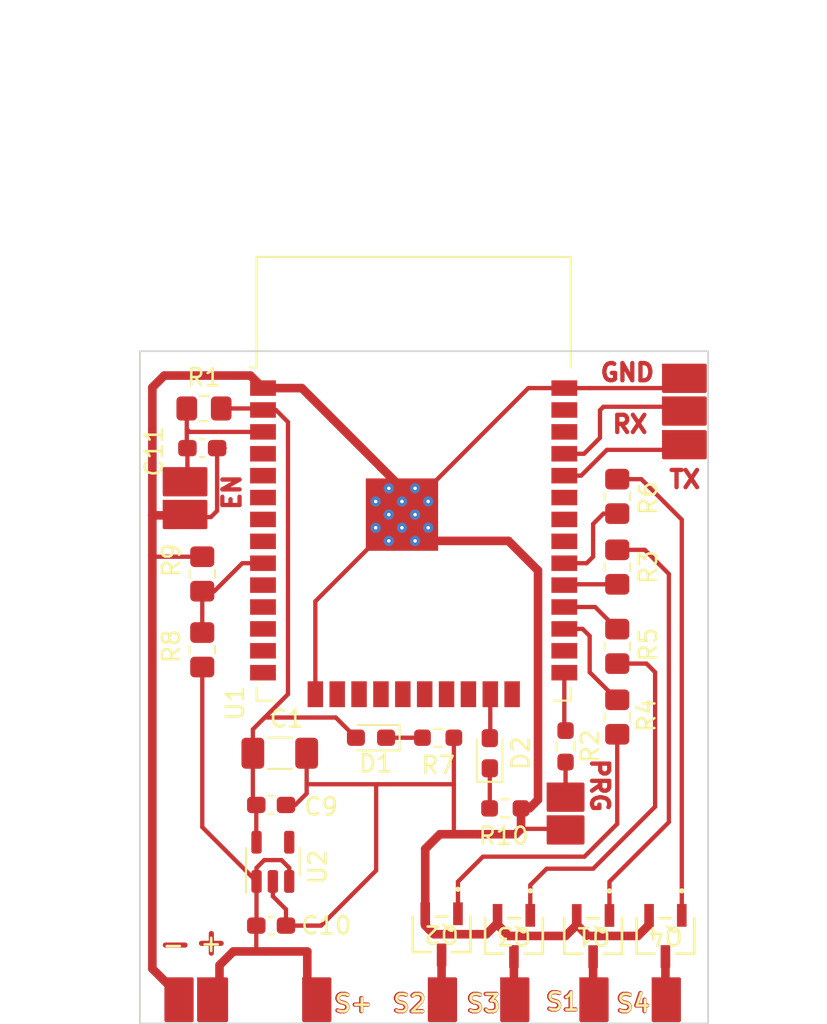
<source format=kicad_pcb>
(kicad_pcb (version 20221018) (generator pcbnew)
  (layers (0 "F.Cu" signal) (31 "B.Cu" signal) (34 "B.Paste" user) (35 "F.Paste" user) (36 "B.SilkS" user "B.Silkscreen") (37 "F.SilkS" user "F.Silkscreen") (38 "B.Mask" user) (39 "F.Mask" user) (44 "Edge.Cuts" user))
  (net 0 "")
  (net 1 "Battery - (3.7 V)")
  (net 2 "Battery + (3.7 V)")
  (net 3 "ESP 32 Vdd")
  (net 4 "Net-(D1-K)")
  (net 5 "Net-(Q1-G)")
  (net 6 "SMA 1")
  (net 7 "Net-(Q2-G)")
  (net 8 "SMA 2")
  (net 9 "Net-(Q3-G)")
  (net 10 "SMA 3")
  (net 11 "Net-(Q4-G)")
  (net 12 "SMA 4")
  (net 13 "IO5")
  (net 14 "IO16")
  (net 15 "IO17")
  (net 16 "IO18")
  (net 21 "Net-(D2-K)")
  (net 22 "IO33")
  (net 38 "TX")
  (net 39 "RX")
  (net 43 "Net-(U1-IO0)")
  (net 46 "IO15")
  (footprint "Resistor_SMD:R_0805_2012Metric_Pad1.20x1.40mm_HandSolder" (layer "F.Cu") (at 140.4 101.6 -90)
    (fp_text reference "R9" (at -0.8 1.8 90) (layer "F.SilkS"))
    (fp_text value "10 kOhm")
    (fp_line (start -0.227064 -0.735) (end 0.227064 -0.735) (stroke (width 0.12)) (layer "F.SilkS"))
    (fp_line (start -0.227064 0.735) (end 0.227064 0.735) (stroke (width 0.12)) (layer "F.SilkS"))
    (pad "1" smd roundrect (at -1 0 270) (size 1.2 1.4) (layers "F.Cu" "F.Paste" "F.Mask") (roundrect_rratio 0.2083333333) (net 1 "Battery - (3.7 V)"))
    (pad "2" smd roundrect (at 1 0 270) (size 1.2 1.4) (layers "F.Cu" "F.Paste" "F.Mask") (roundrect_rratio 0.2083333333) (net 22 "IO33"))
  )
  (footprint "Capacitor_SMD:C_0603_1608Metric_Pad1.08x0.95mm_HandSolder" (layer "F.Cu") (at 144.4 115)
    (fp_text reference "C9" (at 2.9 0.1) (layer "F.SilkS"))
    (fp_text value "1 uF")
    (fp_line (start -0.146267 -0.51) (end 0.146267 -0.51) (stroke (width 0.12)) (layer "F.SilkS"))
    (fp_line (start -0.146267 0.51) (end 0.146267 0.51) (stroke (width 0.12)) (layer "F.SilkS"))
    (pad "1" smd roundrect (at -0.8625 0) (size 1.075 0.95) (layers "F.Cu" "F.Paste" "F.Mask") (net 3 "ESP 32 Vdd"))
    (pad "2" smd roundrect (at 0.8625 0) (size 1.075 0.95) (layers "F.Cu" "F.Paste" "F.Mask") (net 1 "Battery - (3.7 V)"))
  )
  (footprint "LED_SMD:LED_0603_1608Metric_Pad1.05x0.95mm_HandSolder" (layer "F.Cu") (at 157.1 112 90)
    (fp_text reference "D2" (at 0 1.8 90) (layer "F.SilkS"))
    (fp_text value "LED_Small")
    (fp_line (start -1.66 -0.735) (end -1.66 0.735) (stroke (width 0.12)) (layer "F.SilkS"))
    (fp_line (start -1.66 0.735) (end 0.8 0.735) (stroke (width 0.12)) (layer "F.SilkS"))
    (fp_line (start 0.8 -0.735) (end -1.66 -0.735) (stroke (width 0.12)) (layer "F.SilkS"))
    (pad "1" smd roundrect (at -0.875 0 90) (size 1.05 0.95) (layers "F.Cu" "F.Paste" "F.Mask") (net 21 "Net-(D2-K)"))
    (pad "2" smd roundrect (at 0.875 0 90) (size 1.05 0.95) (layers "F.Cu" "F.Paste" "F.Mask") (net 46 "IO15"))
  )
  (footprint "Capacitor_SMD:C_0603_1608Metric_Pad1.08x0.95mm_HandSolder" (layer "F.Cu") (at 140.4 94.3 180)
    (fp_text reference "C11" (at 2.8 -0.2 270) (layer "F.SilkS"))
    (fp_text value "1 uF")
    (fp_line (start -0.146267 -0.51) (end 0.146267 -0.51) (stroke (width 0.12)) (layer "F.SilkS"))
    (fp_line (start -0.146267 0.51) (end 0.146267 0.51) (stroke (width 0.12)) (layer "F.SilkS"))
    (pad "1" smd roundrect (at -0.8625 0 180) (size 1.075 0.95) (layers "F.Cu" "F.Paste" "F.Mask") (net 1 "Battery - (3.7 V)"))
    (pad "2" smd roundrect (at 0.8625 0 180) (size 1.075 0.95) (layers "F.Cu" "F.Paste" "F.Mask") (net 1 "Battery - (3.7 V)"))
  )
  (footprint "footprints:SOT23_AOS" (layer "F.Cu") (at 167.3 122.6 180)
    (fp_text reference "Q4" (at 0 0 180 unlocked) (layer "F.SilkS"))
    (fp_text value "AO3416")
    (fp_line (start -1.6764 -1.0287) (end -1.6764 1.0287) (stroke (width 0.1524)) (layer "F.SilkS"))
    (fp_line (start -0.61214 -1.0287) (end -1.6764 -1.0287) (stroke (width 0.1524)) (layer "F.SilkS"))
    (fp_line (start -0.337861 1.0287) (end 0.337861 1.0287) (stroke (width 0.1524)) (layer "F.SilkS"))
    (fp_line (start 1.6764 -1.0287) (end 0.61214 -1.0287) (stroke (width 0.1524)) (layer "F.SilkS"))
    (fp_line (start 1.6764 1.0287) (end 1.6764 -1.0287) (stroke (width 0.1524)) (layer "F.SilkS"))
    (fp_circle (center -0.95 2.6162) (end -0.8738 2.6162) (stroke (width 0.1524)) (fill none) (layer "F.SilkS"))
    (pad "1" smd rect (at -0.950001 1.1938 180) (size 0.5588 1.3208) (layers "F.Cu" "F.Paste" "F.Mask") (net 11 "Net-(Q4-G)"))
    (pad "2" smd rect (at 0.950001 1.1938 180) (size 0.5588 1.3208) (layers "F.Cu" "F.Paste" "F.Mask") (net 1 "Battery - (3.7 V)"))
    (pad "3" smd rect (at 0 -1.1938 180) (size 0.5588 1.3208) (layers "F.Cu" "F.Paste" "F.Mask") (net 12 "SMA 4"))
  )
  (footprint "Resistor_SMD:R_0603_1608Metric_Pad0.98x0.95mm_HandSolder" (layer "F.Cu") (at 158 115.2)
    (fp_text reference "R10" (at -0.1 1.6) (layer "F.SilkS"))
    (fp_text value "330 Ohm")
    (fp_line (start -0.254724 -0.5225) (end 0.254724 -0.5225) (stroke (width 0.12)) (layer "F.SilkS"))
    (fp_line (start -0.254724 0.5225) (end 0.254724 0.5225) (stroke (width 0.12)) (layer "F.SilkS"))
    (pad "1" smd roundrect (at -0.9125 0) (size 0.975 0.95) (layers "F.Cu" "F.Paste" "F.Mask") (net 21 "Net-(D2-K)"))
    (pad "2" smd roundrect (at 0.9125 0) (size 0.975 0.95) (layers "F.Cu" "F.Paste" "F.Mask") (net 1 "Battery - (3.7 V)"))
  )
  (footprint "footprints:SOT23_AOS" (layer "F.Cu") (at 163.1 122.6062 180)
    (fp_text reference "Q1" (at 0 0 180 unlocked) (layer "F.SilkS"))
    (fp_text value "AO3416")
    (fp_line (start -1.6764 -1.0287) (end -1.6764 1.0287) (stroke (width 0.1524)) (layer "F.SilkS"))
    (fp_line (start -0.61214 -1.0287) (end -1.6764 -1.0287) (stroke (width 0.1524)) (layer "F.SilkS"))
    (fp_line (start -0.337861 1.0287) (end 0.337861 1.0287) (stroke (width 0.1524)) (layer "F.SilkS"))
    (fp_line (start 1.6764 -1.0287) (end 0.61214 -1.0287) (stroke (width 0.1524)) (layer "F.SilkS"))
    (fp_line (start 1.6764 1.0287) (end 1.6764 -1.0287) (stroke (width 0.1524)) (layer "F.SilkS"))
    (fp_circle (center -0.95 2.6162) (end -0.8738 2.6162) (stroke (width 0.1524)) (fill none) (layer "F.SilkS"))
    (pad "1" smd rect (at -0.950001 1.1938 180) (size 0.5588 1.3208) (layers "F.Cu" "F.Paste" "F.Mask") (net 5 "Net-(Q1-G)"))
    (pad "2" smd rect (at 0.950001 1.1938 180) (size 0.5588 1.3208) (layers "F.Cu" "F.Paste" "F.Mask") (net 1 "Battery - (3.7 V)"))
    (pad "3" smd rect (at 0 -1.1938 180) (size 0.5588 1.3208) (layers "F.Cu" "F.Paste" "F.Mask") (net 6 "SMA 1"))
  )
  (footprint "footprints:SOT23_AOS" (layer "F.Cu") (at 154.3 122.5079 180)
    (fp_text reference "Q2" (at 0 0 180 unlocked) (layer "F.SilkS"))
    (fp_text value "AO3416")
    (fp_line (start -1.6764 -1.0287) (end -1.6764 1.0287) (stroke (width 0.1524)) (layer "F.SilkS"))
    (fp_line (start -0.61214 -1.0287) (end -1.6764 -1.0287) (stroke (width 0.1524)) (layer "F.SilkS"))
    (fp_line (start -0.337861 1.0287) (end 0.337861 1.0287) (stroke (width 0.1524)) (layer "F.SilkS"))
    (fp_line (start 1.6764 -1.0287) (end 0.61214 -1.0287) (stroke (width 0.1524)) (layer "F.SilkS"))
    (fp_line (start 1.6764 1.0287) (end 1.6764 -1.0287) (stroke (width 0.1524)) (layer "F.SilkS"))
    (fp_circle (center -0.95 2.6162) (end -0.8738 2.6162) (stroke (width 0.1524)) (fill none) (layer "F.SilkS"))
    (pad "1" smd rect (at -0.950001 1.1938 180) (size 0.5588 1.3208) (layers "F.Cu" "F.Paste" "F.Mask") (net 7 "Net-(Q2-G)"))
    (pad "2" smd rect (at 0.950001 1.1938 180) (size 0.5588 1.3208) (layers "F.Cu" "F.Paste" "F.Mask") (net 1 "Battery - (3.7 V)"))
    (pad "3" smd rect (at 0 -1.1938 180) (size 0.5588 1.3208) (layers "F.Cu" "F.Paste" "F.Mask") (net 8 "SMA 2"))
  )
  (footprint "Package_TO_SOT_SMD:SOT-23-5" (layer "F.Cu") (at 144.5 118.3 90)
    (fp_text reference "U2" (at -0.3 2.6 90) (layer "F.SilkS"))
    (fp_text value "AP2112K-3.3")
    (fp_line (start 0 -1.56) (end -1.8 -1.56) (stroke (width 0.12)) (layer "F.SilkS"))
    (fp_line (start 0 -1.56) (end 0.8 -1.56) (stroke (width 0.12)) (layer "F.SilkS"))
    (fp_line (start 0 1.56) (end -0.8 1.56) (stroke (width 0.12)) (layer "F.SilkS"))
    (fp_line (start 0 1.56) (end 0.8 1.56) (stroke (width 0.12)) (layer "F.SilkS"))
    (pad "1" smd roundrect (at -1.1375 -0.95 90) (size 1.325 0.6) (layers "F.Cu" "F.Paste" "F.Mask") (net 2 "Battery + (3.7 V)"))
    (pad "2" smd roundrect (at -1.1375 0 90) (size 1.325 0.6) (layers "F.Cu" "F.Paste" "F.Mask") (net 1 "Battery - (3.7 V)"))
    (pad "3" smd roundrect (at -1.1375 0.95 90) (size 1.325 0.6) (layers "F.Cu" "F.Paste" "F.Mask") (net 2 "Battery + (3.7 V)"))
    (pad "4" smd roundrect (at 1.1375 0.95 90) (size 1.325 0.6) (layers "F.Cu" "F.Paste" "F.Mask"))
    (pad "5" smd roundrect (at 1.1375 -0.95 90) (size 1.325 0.6) (layers "F.Cu" "F.Paste" "F.Mask") (net 3 "ESP 32 Vdd"))
  )
  (footprint "Resistor_SMD:R_0805_2012Metric_Pad1.20x1.40mm_HandSolder" (layer "F.Cu") (at 164.5 109.9 -90)
    (fp_text reference "R4" (at -0.1 -1.7 90) (layer "F.SilkS"))
    (fp_text value "10 kOhm")
    (fp_line (start -0.227064 -0.735) (end 0.227064 -0.735) (stroke (width 0.12)) (layer "F.SilkS"))
    (fp_line (start -0.227064 0.735) (end 0.227064 0.735) (stroke (width 0.12)) (layer "F.SilkS"))
    (pad "1" smd roundrect (at -1 0 270) (size 1.2 1.4) (layers "F.Cu" "F.Paste" "F.Mask") (roundrect_rratio 0.2083333333) (net 14 "IO16"))
    (pad "2" smd roundrect (at 1 0 270) (size 1.2 1.4) (layers "F.Cu" "F.Paste" "F.Mask") (roundrect_rratio 0.2083333333) (net 7 "Net-(Q2-G)"))
  )
  (footprint "Resistor_SMD:R_0805_2012Metric_Pad1.20x1.40mm_HandSolder" (layer "F.Cu") (at 140.4 106 -90)
    (fp_text reference "R8" (at -0.2 1.8 90) (layer "F.SilkS"))
    (fp_text value "10 kOhm")
    (fp_line (start -0.227064 -0.735) (end 0.227064 -0.735) (stroke (width 0.12)) (layer "F.SilkS"))
    (fp_line (start -0.227064 0.735) (end 0.227064 0.735) (stroke (width 0.12)) (layer "F.SilkS"))
    (pad "1" smd roundrect (at -1 0 270) (size 1.2 1.4) (layers "F.Cu" "F.Paste" "F.Mask") (roundrect_rratio 0.2083333333) (net 22 "IO33"))
    (pad "2" smd roundrect (at 1 0 270) (size 1.2 1.4) (layers "F.Cu" "F.Paste" "F.Mask") (roundrect_rratio 0.2083333333) (net 2 "Battery + (3.7 V)"))
  )
  (footprint "Capacitor_SMD:C_0603_1608Metric_Pad1.08x0.95mm_HandSolder" (layer "F.Cu") (at 144.4 122)
    (fp_text reference "C10" (at 3.2 0 180) (layer "F.SilkS"))
    (fp_text value "1 uF")
    (fp_line (start -0.146267 -0.51) (end 0.146267 -0.51) (stroke (width 0.12)) (layer "F.SilkS"))
    (fp_line (start -0.146267 0.51) (end 0.146267 0.51) (stroke (width 0.12)) (layer "F.SilkS"))
    (pad "1" smd roundrect (at -0.8625 0) (size 1.075 0.95) (layers "F.Cu" "F.Paste" "F.Mask") (net 2 "Battery + (3.7 V)"))
    (pad "2" smd roundrect (at 0.8625 0) (size 1.075 0.95) (layers "F.Cu" "F.Paste" "F.Mask") (net 1 "Battery - (3.7 V)"))
  )
  (footprint "Capacitor_SMD:C_1206_3216Metric_Pad1.33x1.80mm_HandSolder" (layer "F.Cu") (at 144.9 112)
    (fp_text reference "C1" (at 0.4 -2) (layer "F.SilkS"))
    (fp_text value "100 uF")
    (fp_line (start -0.711252 -0.91) (end 0.711252 -0.91) (stroke (width 0.12)) (layer "F.SilkS"))
    (fp_line (start -0.711252 0.91) (end 0.711252 0.91) (stroke (width 0.12)) (layer "F.SilkS"))
    (pad "1" smd roundrect (at -1.5625 0) (size 1.325 1.8) (layers "F.Cu" "F.Paste" "F.Mask") (roundrect_rratio 0.1886792453) (net 3 "ESP 32 Vdd"))
    (pad "2" smd roundrect (at 1.5625 0) (size 1.325 1.8) (layers "F.Cu" "F.Paste" "F.Mask") (roundrect_rratio 0.1886792453) (net 1 "Battery - (3.7 V)"))
  )
  (footprint "RF_Module:ESP32-WROOM-32" (layer "F.Cu") (at 152.6775 99.0675)
    (fp_text reference "U1" (at -10.3775 10.0325 90) (layer "F.SilkS"))
    (fp_text value "ESP32-WROOM-32")
    (fp_line (start -9.12 -15.86) (end -9.12 -9.445) (stroke (width 0.12)) (layer "F.SilkS"))
    (fp_line (start -9.12 -15.86) (end 9.12 -15.86) (stroke (width 0.12)) (layer "F.SilkS"))
    (fp_line (start -9.12 -9.445) (end -9.5 -9.445) (stroke (width 0.12)) (layer "F.SilkS"))
    (fp_line (start -9.12 9.1) (end -9.12 9.88) (stroke (width 0.12)) (layer "F.SilkS"))
    (fp_line (start -9.12 9.88) (end -8.12 9.88) (stroke (width 0.12)) (layer "F.SilkS"))
    (fp_line (start 9.12 -15.86) (end 9.12 -9.445) (stroke (width 0.12)) (layer "F.SilkS"))
    (fp_line (start 9.12 9.1) (end 9.12 9.88) (stroke (width 0.12)) (layer "F.SilkS"))
    (fp_line (start 9.12 9.88) (end 8.12 9.88) (stroke (width 0.12)) (layer "F.SilkS"))
    (pad "1" smd rect (at -8.75 -8.25) (size 1.5 0.9) (layers "F.Cu" "F.Paste" "F.Mask") (net 1 "Battery - (3.7 V)"))
    (pad "2" smd rect (at -8.75 -6.98) (size 1.5 0.9) (layers "F.Cu" "F.Paste" "F.Mask") (net 3 "ESP 32 Vdd"))
    (pad "3" smd rect (at -8.75 -5.71) (size 1.5 0.9) (layers "F.Cu" "F.Paste" "F.Mask") (net 1 "Battery - (3.7 V)"))
    (pad "4" smd rect (at -8.75 -4.44) (size 1.5 0.9) (layers "F.Cu" "F.Paste" "F.Mask"))
    (pad "5" smd rect (at -8.75 -3.17) (size 1.5 0.9) (layers "F.Cu" "F.Paste" "F.Mask"))
    (pad "6" smd rect (at -8.75 -1.9) (size 1.5 0.9) (layers "F.Cu" "F.Paste" "F.Mask"))
    (pad "7" smd rect (at -8.75 -0.63) (size 1.5 0.9) (layers "F.Cu" "F.Paste" "F.Mask"))
    (pad "8" smd rect (at -8.75 0.64) (size 1.5 0.9) (layers "F.Cu" "F.Paste" "F.Mask"))
    (pad "9" smd rect (at -8.75 1.91) (size 1.5 0.9) (layers "F.Cu" "F.Paste" "F.Mask") (net 22 "IO33"))
    (pad "10" smd rect (at -8.75 3.18) (size 1.5 0.9) (layers "F.Cu" "F.Paste" "F.Mask"))
    (pad "11" smd rect (at -8.75 4.45) (size 1.5 0.9) (layers "F.Cu" "F.Paste" "F.Mask"))
    (pad "12" smd rect (at -8.75 5.72) (size 1.5 0.9) (layers "F.Cu" "F.Paste" "F.Mask"))
    (pad "13" smd rect (at -8.75 6.99) (size 1.5 0.9) (layers "F.Cu" "F.Paste" "F.Mask"))
    (pad "14" smd rect (at -8.75 8.26) (size 1.5 0.9) (layers "F.Cu" "F.Paste" "F.Mask"))
    (pad "15" smd rect (at -5.71 9.51 90) (size 1.5 0.9) (layers "F.Cu" "F.Paste" "F.Mask") (net 1 "Battery - (3.7 V)"))
    (pad "16" smd rect (at -4.44 9.51 90) (size 1.5 0.9) (layers "F.Cu" "F.Paste" "F.Mask"))
    (pad "17" smd rect (at -3.17 9.51 90) (size 1.5 0.9) (layers "F.Cu" "F.Paste" "F.Mask"))
    (pad "18" smd rect (at -1.9 9.51 90) (size 1.5 0.9) (layers "F.Cu" "F.Paste" "F.Mask"))
    (pad "19" smd rect (at -0.63 9.51 90) (size 1.5 0.9) (layers "F.Cu" "F.Paste" "F.Mask"))
    (pad "20" smd rect (at 0.64 9.51 90) (size 1.5 0.9) (layers "F.Cu" "F.Paste" "F.Mask"))
    (pad "21" smd rect (at 1.91 9.51 90) (size 1.5 0.9) (layers "F.Cu" "F.Paste" "F.Mask"))
    (pad "22" smd rect (at 3.18 9.51 90) (size 1.5 0.9) (layers "F.Cu" "F.Paste" "F.Mask"))
    (pad "23" smd rect (at 4.45 9.51 90) (size 1.5 0.9) (layers "F.Cu" "F.Paste" "F.Mask") (net 46 "IO15"))
    (pad "24" smd rect (at 5.72 9.51 90) (size 1.5 0.9) (layers "F.Cu" "F.Paste" "F.Mask"))
    (pad "25" smd rect (at 8.75 8.26) (size 1.5 0.9) (layers "F.Cu" "F.Paste" "F.Mask") (net 43 "Net-(U1-IO0)"))
    (pad "26" smd rect (at 8.75 6.99) (size 1.5 0.9) (layers "F.Cu" "F.Paste" "F.Mask"))
    (pad "27" smd rect (at 8.75 5.72) (size 1.5 0.9) (layers "F.Cu" "F.Paste" "F.Mask") (net 14 "IO16"))
    (pad "28" smd rect (at 8.75 4.45) (size 1.5 0.9) (layers "F.Cu" "F.Paste" "F.Mask") (net 15 "IO17"))
    (pad "29" smd rect (at 8.75 3.18) (size 1.5 0.9) (layers "F.Cu" "F.Paste" "F.Mask") (net 13 "IO5"))
    (pad "30" smd rect (at 8.75 1.91) (size 1.5 0.9) (layers "F.Cu" "F.Paste" "F.Mask") (net 16 "IO18"))
    (pad "31" smd rect (at 8.75 0.64) (size 1.5 0.9) (layers "F.Cu" "F.Paste" "F.Mask"))
    (pad "32" smd rect (at 8.75 -0.63) (size 1.5 0.9) (layers "F.Cu" "F.Paste" "F.Mask"))
    (pad "33" smd rect (at 8.75 -1.9) (size 1.5 0.9) (layers "F.Cu" "F.Paste" "F.Mask"))
    (pad "34" smd rect (at 8.75 -3.17) (size 1.5 0.9) (layers "F.Cu" "F.Paste" "F.Mask") (net 38 "TX"))
    (pad "35" smd rect (at 8.75 -4.44) (size 1.5 0.9) (layers "F.Cu" "F.Paste" "F.Mask") (net 39 "RX"))
    (pad "36" smd rect (at 8.75 -5.71) (size 1.5 0.9) (layers "F.Cu" "F.Paste" "F.Mask"))
    (pad "37" smd rect (at 8.75 -6.98) (size 1.5 0.9) (layers "F.Cu" "F.Paste" "F.Mask"))
    (pad "38" smd rect (at 8.75 -8.25) (size 1.5 0.9) (layers "F.Cu" "F.Paste" "F.Mask") (net 1 "Battery - (3.7 V)"))
    (pad "39" smd rect (at -2.205 -2.435) (size 1.05 1.05) (layers "F.Cu" "F.Paste") (net 1 "Battery - (3.7 V)"))
    (pad "39" thru_hole circle (at -2.205 -1.6725) (size 0.6 0.6) (drill 0.2) (property pad_prop_heatsink) (layers "*.Cu" "F.Mask") (net 1 "Battery - (3.7 V)"))
    (pad "39" smd rect (at -2.205 -0.91) (size 1.05 1.05) (layers "F.Cu" "F.Paste") (net 1 "Battery - (3.7 V)"))
    (pad "39" thru_hole circle (at -2.205 -0.1475) (size 0.6 0.6) (drill 0.2) (property pad_prop_heatsink) (layers "*.Cu" "F.Mask") (net 1 "Battery - (3.7 V)"))
    (pad "39" smd rect (at -2.205 0.615) (size 1.05 1.05) (layers "F.Cu" "F.Paste") (net 1 "Battery - (3.7 V)"))
    (pad "39" thru_hole circle (at -1.4425 -2.435) (size 0.6 0.6) (drill 0.2) (property pad_prop_heatsink) (layers "*.Cu" "F.Mask") (net 1 "Battery - (3.7 V)"))
    (pad "39" thru_hole circle (at -1.4425 -0.91) (size 0.6 0.6) (drill 0.2) (property pad_prop_heatsink) (layers "*.Cu" "F.Mask") (net 1 "Battery - (3.7 V)"))
    (pad "39" thru_hole circle (at -1.4425 0.615) (size 0.6 0.6) (drill 0.2) (property pad_prop_heatsink) (layers "*.Cu" "F.Mask") (net 1 "Battery - (3.7 V)"))
    (pad "39" smd rect (at -0.68 -2.435) (size 1.05 1.05) (layers "F.Cu" "F.Paste") (net 1 "Battery - (3.7 V)"))
    (pad "39" thru_hole circle (at -0.68 -1.6725) (size 0.6 0.6) (drill 0.2) (property pad_prop_heatsink) (layers "*.Cu" "F.Mask") (net 1 "Battery - (3.7 V)"))
    (pad "39" smd rect (at -0.68 -0.91) (size 1.05 1.05) (layers "F.Cu" "F.Paste") (net 1 "Battery - (3.7 V)"))
    (pad "39" smd rect (at -0.68 -0.91) (size 4.2 4.2) (layers "F.Cu" "F.Mask") (net 1 "Battery - (3.7 V)"))
    (pad "39" thru_hole circle (at -0.68 -0.1475) (size 0.6 0.6) (drill 0.2) (property pad_prop_heatsink) (layers "*.Cu" "F.Mask") (net 1 "Battery - (3.7 V)"))
    (pad "39" smd rect (at -0.68 0.615) (size 1.05 1.05) (layers "F.Cu" "F.Paste") (net 1 "Battery - (3.7 V)"))
    (pad "39" thru_hole circle (at 0.0825 -2.435) (size 0.6 0.6) (drill 0.2) (property pad_prop_heatsink) (layers "*.Cu" "F.Mask") (net 1 "Battery - (3.7 V)"))
    (pad "39" thru_hole circle (at 0.0825 -0.91) (size 0.6 0.6) (drill 0.2) (property pad_prop_heatsink) (layers "*.Cu" "F.Mask") (net 1 "Battery - (3.7 V)"))
    (pad "39" thru_hole circle (at 0.0825 0.615) (size 0.6 0.6) (drill 0.2) (property pad_prop_heatsink) (layers "*.Cu" "F.Mask") (net 1 "Battery - (3.7 V)"))
    (pad "39" smd rect (at 0.845 -2.435) (size 1.05 1.05) (layers "F.Cu" "F.Paste") (net 1 "Battery - (3.7 V)"))
    (pad "39" thru_hole circle (at 0.845 -1.6725) (size 0.6 0.6) (drill 0.2) (property pad_prop_heatsink) (layers "*.Cu" "F.Mask") (net 1 "Battery - (3.7 V)"))
    (pad "39" smd rect (at 0.845 -0.91) (size 1.05 1.05) (layers "F.Cu" "F.Paste") (net 1 "Battery - (3.7 V)"))
    (pad "39" thru_hole circle (at 0.845 -0.1475) (size 0.6 0.6) (drill 0.2) (property pad_prop_heatsink) (layers "*.Cu" "F.Mask") (net 1 "Battery - (3.7 V)"))
    (pad "39" smd rect (at 0.845 0.615) (size 1.05 1.05) (layers "F.Cu" "F.Paste") (net 1 "Battery - (3.7 V)"))
  )
  (footprint "footprints:SOT23_AOS" (layer "F.Cu") (at 158.5 122.6 180)
    (fp_text reference "Q3" (at 0 0 180 unlocked) (layer "F.SilkS"))
    (fp_text value "AO3416")
    (fp_line (start -1.6764 -1.0287) (end -1.6764 1.0287) (stroke (width 0.1524)) (layer "F.SilkS"))
    (fp_line (start -0.61214 -1.0287) (end -1.6764 -1.0287) (stroke (width 0.1524)) (layer "F.SilkS"))
    (fp_line (start -0.337861 1.0287) (end 0.337861 1.0287) (stroke (width 0.1524)) (layer "F.SilkS"))
    (fp_line (start 1.6764 -1.0287) (end 0.61214 -1.0287) (stroke (width 0.1524)) (layer "F.SilkS"))
    (fp_line (start 1.6764 1.0287) (end 1.6764 -1.0287) (stroke (width 0.1524)) (layer "F.SilkS"))
    (fp_circle (center -0.95 2.6162) (end -0.8738 2.6162) (stroke (width 0.1524)) (fill none) (layer "F.SilkS"))
    (pad "1" smd rect (at -0.950001 1.1938 180) (size 0.5588 1.3208) (layers "F.Cu" "F.Paste" "F.Mask") (net 9 "Net-(Q3-G)"))
    (pad "2" smd rect (at 0.950001 1.1938 180) (size 0.5588 1.3208) (layers "F.Cu" "F.Paste" "F.Mask") (net 1 "Battery - (3.7 V)"))
    (pad "3" smd rect (at 0 -1.1938 180) (size 0.5588 1.3208) (layers "F.Cu" "F.Paste" "F.Mask") (net 10 "SMA 3"))
  )
  (footprint "Resistor_SMD:R_0603_1608Metric_Pad0.98x0.95mm_HandSolder" (layer "F.Cu") (at 161.5 111.6 -90)
    (fp_text reference "R2" (at 0 -1.43 90) (layer "F.SilkS"))
    (fp_text value "330 Ohm")
    (fp_line (start -0.254724 -0.5225) (end 0.254724 -0.5225) (stroke (width 0.12)) (layer "F.SilkS"))
    (fp_line (start -0.254724 0.5225) (end 0.254724 0.5225) (stroke (width 0.12)) (layer "F.SilkS"))
    (pad "1" smd roundrect (at -0.9125 0 270) (size 0.975 0.95) (layers "F.Cu" "F.Paste" "F.Mask") (net 43 "Net-(U1-IO0)"))
    (pad "2" smd roundrect (at 0.9125 0 270) (size 0.975 0.95) (layers "F.Cu" "F.Paste" "F.Mask") (net 1 "Battery - (3.7 V)"))
  )
  (footprint "Resistor_SMD:R_0603_1608Metric_Pad0.98x0.95mm_HandSolder" (layer "F.Cu") (at 154.1 111.1)
    (fp_text reference "R7" (at 0 1.6) (layer "F.SilkS"))
    (fp_text value "330 Ohm")
    (fp_line (start -0.254724 -0.5225) (end 0.254724 -0.5225) (stroke (width 0.12)) (layer "F.SilkS"))
    (fp_line (start -0.254724 0.5225) (end 0.254724 0.5225) (stroke (width 0.12)) (layer "F.SilkS"))
    (pad "1" smd roundrect (at -0.9125 0) (size 0.975 0.95) (layers "F.Cu" "F.Paste" "F.Mask") (net 4 "Net-(D1-K)"))
    (pad "2" smd roundrect (at 0.9125 0) (size 0.975 0.95) (layers "F.Cu" "F.Paste" "F.Mask") (net 1 "Battery - (3.7 V)"))
  )
  (footprint "Resistor_SMD:R_0805_2012Metric_Pad1.20x1.40mm_HandSolder" (layer "F.Cu") (at 164.5 101.2 90)
    (fp_text reference "R3" (at 0 1.8 90) (layer "F.SilkS"))
    (fp_text value "10 kOhm")
    (fp_line (start -0.227064 -0.735) (end 0.227064 -0.735) (stroke (width 0.12)) (layer "F.SilkS"))
    (fp_line (start -0.227064 0.735) (end 0.227064 0.735) (stroke (width 0.12)) (layer "F.SilkS"))
    (pad "1" smd roundrect (at -1 0 90) (size 1.2 1.4) (layers "F.Cu" "F.Paste" "F.Mask") (roundrect_rratio 0.2083333333) (net 13 "IO5"))
    (pad "2" smd roundrect (at 1 0 90) (size 1.2 1.4) (layers "F.Cu" "F.Paste" "F.Mask") (roundrect_rratio 0.2083333333) (net 5 "Net-(Q1-G)"))
  )
  (footprint "Resistor_SMD:R_0805_2012Metric_Pad1.20x1.40mm_HandSolder" (layer "F.Cu") (at 164.5 97.1 90)
    (fp_text reference "R6" (at -0.1 1.8 90) (layer "F.SilkS"))
    (fp_text value "10 kOhm")
    (fp_line (start -0.227064 -0.735) (end 0.227064 -0.735) (stroke (width 0.12)) (layer "F.SilkS"))
    (fp_line (start -0.227064 0.735) (end 0.227064 0.735) (stroke (width 0.12)) (layer "F.SilkS"))
    (pad "1" smd roundrect (at -1 0 90) (size 1.2 1.4) (layers "F.Cu" "F.Paste" "F.Mask") (roundrect_rratio 0.2083333333) (net 16 "IO18"))
    (pad "2" smd roundrect (at 1 0 90) (size 1.2 1.4) (layers "F.Cu" "F.Paste" "F.Mask") (roundrect_rratio 0.2083333333) (net 11 "Net-(Q4-G)"))
  )
  (footprint "Resistor_SMD:R_0805_2012Metric_Pad1.20x1.40mm_HandSolder" (layer "F.Cu") (at 140.5 92 180)
    (fp_text reference "R1" (at 0 1.8) (layer "F.SilkS"))
    (fp_text value "10 kOhm")
    (fp_line (start -0.227064 -0.735) (end 0.227064 -0.735) (stroke (width 0.12)) (layer "F.SilkS"))
    (fp_line (start -0.227064 0.735) (end 0.227064 0.735) (stroke (width 0.12)) (layer "F.SilkS"))
    (pad "1" smd roundrect (at -1 0 180) (size 1.2 1.4) (layers "F.Cu" "F.Paste" "F.Mask") (roundrect_rratio 0.2083333333) (net 3 "ESP 32 Vdd"))
    (pad "2" smd roundrect (at 1 0 180) (size 1.2 1.4) (layers "F.Cu" "F.Paste" "F.Mask") (roundrect_rratio 0.2083333333) (net 1 "Battery - (3.7 V)"))
  )
  (footprint "Resistor_SMD:R_0805_2012Metric_Pad1.20x1.40mm_HandSolder" (layer "F.Cu") (at 164.5 105.8 -90)
    (fp_text reference "R5" (at -0.1 -1.8 90) (layer "F.SilkS"))
    (fp_text value "10 kOhm")
    (fp_line (start -0.227064 -0.735) (end 0.227064 -0.735) (stroke (width 0.12)) (layer "F.SilkS"))
    (fp_line (start -0.227064 0.735) (end 0.227064 0.735) (stroke (width 0.12)) (layer "F.SilkS"))
    (pad "1" smd roundrect (at -1 0 270) (size 1.2 1.4) (layers "F.Cu" "F.Paste" "F.Mask") (roundrect_rratio 0.2083333333) (net 15 "IO17"))
    (pad "2" smd roundrect (at 1 0 270) (size 1.2 1.4) (layers "F.Cu" "F.Paste" "F.Mask") (roundrect_rratio 0.2083333333) (net 9 "Net-(Q3-G)"))
  )
  (footprint "LED_SMD:LED_0603_1608Metric_Pad1.05x0.95mm_HandSolder" (layer "F.Cu") (at 150.2 111.1 180)
    (fp_text reference "D1" (at -0.275 -1.5) (layer "F.SilkS"))
    (fp_text value "LED_Small")
    (fp_line (start -1.66 -0.735) (end -1.66 0.735) (stroke (width 0.12)) (layer "F.SilkS"))
    (fp_line (start -1.66 0.735) (end 0.8 0.735) (stroke (width 0.12)) (layer "F.SilkS"))
    (fp_line (start 0.8 -0.735) (end -1.66 -0.735) (stroke (width 0.12)) (layer "F.SilkS"))
    (pad "1" smd roundrect (at -0.875 0 180) (size 1.05 0.95) (layers "F.Cu" "F.Paste" "F.Mask") (net 4 "Net-(D1-K)"))
    (pad "2" smd roundrect (at 0.875 0 180) (size 1.05 0.95) (layers "F.Cu" "F.Paste" "F.Mask") (net 3 "ESP 32 Vdd"))
  )
  (gr_rect (start 167.2 93.35) (end 169.6 94.85) (stroke (width 0.2)) (fill solid) (layer "F.Cu"))
  (gr_rect (start 157.8 125.1) (end 159.3 127.5) (stroke (width 0.2)) (fill solid) (layer "F.Cu"))
  (gr_rect (start 138.2 95.5) (end 140.6 97) (stroke (width 0.2)) (fill solid) (layer "F.Cu"))
  (gr_rect (start 167.2 89.5) (end 169.6 91) (stroke (width 0.2)) (fill solid) (layer "F.Cu"))
  (gr_rect (start 160.5 113.8) (end 162.5 115.3) (stroke (width 0.2)) (fill solid) (layer "F.Cu"))
  (gr_rect (start 166.6 125.1) (end 168.1 127.5) (stroke (width 0.2)) (fill solid) (layer "F.Cu"))
  (gr_rect (start 138.2 97.4) (end 140.6 98.9) (stroke (width 0.2)) (fill solid) (layer "F.Cu"))
  (gr_rect (start 167.2 91.4) (end 169.6 92.9) (stroke (width 0.2)) (fill solid) (layer "F.Cu"))
  (gr_rect (start 140.2 125.1) (end 141.8 127.5) (stroke (width 0.2)) (fill solid) (layer "F.Cu"))
  (gr_rect (start 138.3 125.1) (end 139.8 127.5) (stroke (width 0.2)) (fill solid) (layer "F.Cu"))
  (gr_rect (start 146.3 125.1) (end 147.8 127.5) (stroke (width 0.2)) (fill solid) (layer "F.Cu"))
  (gr_rect (start 160.5 115.7) (end 162.5 117.2) (stroke (width 0.2)) (fill solid) (layer "F.Cu"))
  (gr_rect (start 153.6 125.1) (end 155.1 127.5) (stroke (width 0.2)) (fill solid) (layer "F.Cu"))
  (gr_rect (start 162.4 125.1) (end 163.9 127.5) (stroke (width 0.2)) (fill solid) (layer "F.Cu"))
  (gr_rect (start 136.7775 88.6775) (end 169.7775 127.6775) (stroke (width 0.1)) (fill none) (layer "Edge.Cuts"))
  (gr_text "RX\n" (at 164.1 93.5) (layer "F.Cu") (effects (font (size 1 1) (thickness 0.25) bold) (justify left bottom)))
  (gr_text "EN" (at 142.7 98 90) (layer "F.Cu") (effects (font (size 1 1) (thickness 0.25) bold) (justify left bottom)))
  (gr_text "S2" (at 151.3 127.1) (layer "F.Cu") (effects (font (size 1 1) (thickness 0.25) bold) (justify left bottom)))
  (gr_text "-" (at 137.7 123.9) (layer "F.Cu") (effects (font (size 1.5 1.5) (thickness 0.3) bold) (justify left bottom)))
  (gr_text "S3" (at 155.6 127.1) (layer "F.Cu") (effects (font (size 1 1) (thickness 0.25) bold) (justify left bottom)))
  (gr_text "TX" (at 167.4 96.7) (layer "F.Cu") (effects (font (size 1 1) (thickness 0.25) bold) (justify left bottom)))
  (gr_text "GND" (at 163.4 90.5) (layer "F.Cu") (effects (font (size 1 1) (thickness 0.25) bold) (justify left bottom)))
  (gr_text "S+" (at 147.9 127.1) (layer "F.Cu") (effects (font (size 1 1) (thickness 0.25) bold) (justify left bottom)))
  (gr_text "+" (at 139.8 123.8) (layer "F.Cu") (effects (font (size 1.5 1.5) (thickness 0.3) bold) (justify left bottom)))
  (gr_text "S4" (at 164.3 127.1) (layer "F.Cu") (effects (font (size 1 1) (thickness 0.25) bold) (justify left bottom)))
  (gr_text "PRG" (at 162.9 112.2 -90) (layer "F.Cu") (effects (font (size 1 1) (thickness 0.25) bold) (justify left bottom)))
  (gr_text "S1" (at 160.2 127) (layer "F.Cu") (effects (font (size 1 1) (thickness 0.25) bold) (justify left bottom)))
  (gr_text "S3" (at 155.7 127.1) (layer "F.SilkS") (effects (font (size 1 1)) (justify left bottom)))
  (gr_text "-" (at 138 123.7) (layer "F.SilkS") (effects (font (size 1 1)) (justify left bottom)))
  (gr_text "S1" (at 160.3 127) (layer "F.SilkS") (effects (font (size 1 1)) (justify left bottom)))
  (gr_text "S+" (at 148 127.1) (layer "F.SilkS") (effects (font (size 1 1)) (justify left bottom)))
  (gr_text "+" (at 140.2 123.6) (layer "F.SilkS") (effects (font (size 1 1)) (justify left bottom)))
  (gr_text "S2" (at 151.4 127.1) (layer "F.SilkS") (effects (font (size 1 1)) (justify left bottom)))
  (gr_text "S4" (at 164.4 127.1) (layer "F.SilkS") (effects (font (size 1 1)) (justify left bottom)))
  (segment (start 158.9125 116.3875) (end 158.6 116.7) (width 0.5) (layer "F.Cu") (net 1))
  (segment (start 155.0125 116.6875) (end 155 116.7) (width 0.25) (layer "F.Cu") (net 1))
  (segment (start 161.4275 90.8175) (end 162.9175 90.8175) (width 0.25) (layer "F.Cu") (net 1))
  (segment (start 156.9 122.5) (end 157.549999 121.850001) (width 0.5) (layer "F.Cu") (net 1))
  (segment (start 141.2625 94.3) (end 141.7 94.3) (width 0.25) (layer "F.Cu") (net 1))
  (segment (start 150.5 118.8) (end 150.5 113.9) (width 0.25) (layer "F.Cu") (net 1))
  (segment (start 140.9 98.3) (end 140.4 98.3) (width 0.25) (layer "F.Cu") (net 1))
  (segment (start 137.6 100.6) (end 137.5 100.5) (width 0.25) (layer "F.Cu") (net 1))
  (segment (start 137.5 98.2) (end 137.5 93.2) (width 0.5) (layer "F.Cu") (net 1))
  (segment (start 146.4625 113.8) (end 150.6 113.8) (width 0.25) (layer "F.Cu") (net 1))
  (segment (start 139.5 93.2) (end 139.6575 93.3575) (width 0.25) (layer "F.Cu") (net 1))
  (segment (start 145.2625 121.0625) (end 144.5 120.3) (width 0.25) (layer "F.Cu") (net 1))
  (segment (start 158.1825 99.6825) (end 153.5225 99.6825) (width 0.5) (layer "F.Cu") (net 1))
  (segment (start 155 116.7) (end 154.2 116.7) (width 0.5) (layer "F.Cu") (net 1))
  (segment (start 158.9125 116.3875) (end 161.0875 116.3875) (width 0.25) (layer "F.Cu") (net 1))
  (segment (start 145.2625 122) (end 147.3 122) (width 0.25) (layer "F.Cu") (net 1))
  (segment (start 162.149999 121.950001) (end 162.799998 122.6) (width 0.5) (layer "F.Cu") (net 1))
  (segment (start 137.5 98.2) (end 138.8 98.2) (width 0.5) (layer "F.Cu") (net 1))
  (segment (start 138.6 125.6) (end 138.6 126.4) (width 0.25) (layer "F.Cu") (net 1))
  (segment (start 159.4 115.2) (end 159.9 114.7) (width 0.5) (layer "F.Cu") (net 1))
  (segment (start 144.5 120.3) (end 144.5 119.4375) (width 0.25) (layer "F.Cu") (net 1))
  (segment (start 139.6575 93.3575) (end 143.9275 93.3575) (width 0.25) (layer "F.Cu") (net 1))
  (segment (start 159.3375 90.8175) (end 161.4275 90.8175) (width 0.25) (layer "F.Cu") (net 1))
  (segment (start 162.9175 90.8175) (end 168.6825 90.8175) (width 0.25) (layer "F.Cu") (net 1))
  (segment (start 138.6 125.6) (end 137.5 124.5) (width 0.5) (layer "F.Cu") (net 1))
  (segment (start 146.9675 103.1875) (end 146.9675 108.5775) (width 0.25) (layer "F.Cu") (net 1))
  (segment (start 157.549999 121.949999) (end 158.2 122.6) (width 0.5) (layer "F.Cu") (net 1))
  (segment (start 150.5 113.9) (end 150.6 113.8) (width 0.25) (layer "F.Cu") (net 1))
  (segment (start 139.5 92) (end 139.5 93.2) (width 0.25) (layer "F.Cu") (net 1))
  (segment (start 139.5 93.2) (end 139.5 94.2625) (width 0.25) (layer "F.Cu") (net 1))
  (segment (start 153.349999 117.550001) (end 153.349999 121.3141) (width 0.5) (layer "F.Cu") (net 1))
  (segment (start 151.9975 98.1575) (end 159.3375 90.8175) (width 0.25) (layer "F.Cu") (net 1))
  (segment (start 157.549999 121.850001) (end 157.549999 121.4062) (width 0.5) (layer "F.Cu") (net 1))
  (segment (start 161.5 112.5125) (end 161.5 114.5) (width 0.25) (layer "F.Cu") (net 1))
  (segment (start 137.5 93.2) (end 137.5 90.78) (width 0.5) (layer "F.Cu") (net 1))
  (segment (start 143.9275 90.8175) (end 146.1825 90.8175) (width 0.5) (layer "F.Cu") (net 1))
  (segment (start 158.2 122.6) (end 161.5 122.6) (width 0.5) (layer "F.Cu") (net 1))
  (segment (start 153.349999 121.999999) (end 153.85 122.5) (width 0.5) (layer "F.Cu") (net 1))
  (segment (start 143.725 90.615) (end 143.9275 90.8175) (width 0.25) (layer "F.Cu") (net 1))
  (segment (start 153.349999 121.3141) (end 153.349999 121.999999) (width 0.5) (layer "F.Cu") (net 1))
  (segment (start 165.7 122.6) (end 166.349999 121.950001) (width 0.5) (layer "F.Cu") (net 1))
  (segment (start 137.5 124.5) (end 137.5 100.5) (width 0.5) (layer "F.Cu") (net 1))
  (segment (start 155.0125 113.8) (end 155.0125 116.6875) (width 0.25) (layer "F.Cu") (net 1))
  (segment (start 158.9125 115.2) (end 158.9125 116.3875) (width 0.5) (layer "F.Cu") (net 1))
  (segment (start 151.9975 98.1575) (end 146.9675 103.1875) (width 0.25) (layer "F.Cu") (net 1))
  (segment (start 147.3 122) (end 150.5 118.8) (width 0.25) (layer "F.Cu") (net 1))
  (segment (start 159.9 101.4) (end 158.1825 99.6825) (width 0.5) (layer "F.Cu") (net 1))
  (segment (start 139.5375 94.3) (end 139.5375 95.7625) (width 0.25) (layer "F.Cu") (net 1))
  (segment (start 155.0125 111.1) (end 155.0125 113.8) (width 0.25) (layer "F.Cu") (net 1))
  (segment (start 141.2625 97.9375) (end 140.9 98.3) (width 0.25) (layer "F.Cu") (net 1))
  (segment (start 141.2625 94.3) (end 141.2625 97.9375) (width 0.25) (layer "F.Cu") (net 1))
  (segment (start 158.9125 115.2) (end 159.4 115.2) (width 0.25) (layer "F.Cu") (net 1))
  (segment (start 150.6 113.8) (end 155.0125 113.8) (width 0.25) (layer "F.Cu") (net 1))
  (segment (start 143.2 90.09) (end 143.9275 90.8175) (width 0.5) (layer "F.Cu") (net 1))
  (segment (start 145.2625 122) (end 145.2625 121.0625) (width 0.25) (layer "F.Cu") (net 1))
  (segment (start 158.6 116.7) (end 155 116.7) (width 0.5) (layer "F.Cu") (net 1))
  (segment (start 146.4625 113.8) (end 146.4625 112) (width 0.25) (layer "F.Cu") (net 1))
  (segment (start 161.5 122.6) (end 162.149999 121.950001) (width 0.5) (layer "F.Cu") (net 1))
  (segment (start 143.2 90.09) (end 138.19 90.09) (width 0.5) (layer "F.Cu") (net 1))
  (segment (start 146.1825 90.8175) (end 151.9975 96.6325) (width 0.5) (layer "F.Cu") (net 1))
  (segment (start 145.8 115) (end 146.4625 114.3375) (width 0.25) (layer "F.Cu") (net 1))
  (segment (start 145.2625 115) (end 145.8 115) (width 0.25) (layer "F.Cu") (net 1))
  (segment (start 137.5 90.78) (end 138.19 90.09) (width 0.5) (layer "F.Cu") (net 1))
  (segment (start 153.85 122.5) (end 156.9 122.5) (width 0.5) (layer "F.Cu") (net 1))
  (segment (start 166.349999 121.950001) (end 166.349999 121.3141) (width 0.5) (layer "F.Cu") (net 1))
  (segment (start 140.4 100.6) (end 137.6 100.6) (width 0.25) (layer "F.Cu") (net 1))
  (segment (start 162.799998 122.6) (end 165.7 122.6) (width 0.5) (layer "F.Cu") (net 1))
  (segment (start 137.5 100.5) (end 137.5 98.2) (width 0.5) (layer "F.Cu") (net 1))
  (segment (start 146.4625 114.3375) (end 146.4625 113.8) (width 0.25) (layer "F.Cu") (net 1))
  (segment (start 157.549999 121.4062) (end 157.549999 121.949999) (width 0.5) (layer "F.Cu") (net 1))
  (segment (start 154.2 116.7) (end 153.349999 117.550001) (width 0.5) (layer "F.Cu") (net 1))
  (segment (start 159.9 114.7) (end 159.9 101.4) (width 0.5) (layer "F.Cu") (net 1))
  (segment (start 139.5 94.2625) (end 139.5375 94.3) (width 0.25) (layer "F.Cu") (net 1))
  (segment (start 142.2 123.5) (end 141.4 124.3) (width 0.5) (layer "F.Cu") (net 2))
  (segment (start 140.4 116.2875) (end 140.4 107) (width 0.25) (layer "F.Cu") (net 2))
  (segment (start 144.1 123.5) (end 142.2 123.5) (width 0.5) (layer "F.Cu") (net 2))
  (segment (start 143.5 123.5) (end 143.5375 123.4625) (width 0.25) (layer "F.Cu") (net 2))
  (segment (start 146.5 123.5) (end 146.5 125) (width 0.5) (layer "F.Cu") (net 2))
  (segment (start 146.5 123.5) (end 144.1 123.5) (width 0.5) (layer "F.Cu") (net 2))
  (segment (start 143.5375 123.4625) (end 143.5375 122) (width 0.25) (layer "F.Cu") (net 2))
  (segment (start 143.55 119.4375) (end 143.55 118.65) (width 0.25) (layer "F.Cu") (net 2))
  (segment (start 141.4 124.3) (end 141.4 125.9) (width 0.5) (layer "F.Cu") (net 2))
  (segment (start 144 118.2) (end 145 118.2) (width 0.25) (layer "F.Cu") (net 2))
  (segment (start 143.55 121.9875) (end 143.5375 122) (width 0.25) (layer "F.Cu") (net 2))
  (segment (start 143.55 119.4375) (end 140.4 116.2875) (width 0.25) (layer "F.Cu") (net 2))
  (segment (start 145.45 118.65) (end 145.45 119.4375) (width 0.25) (layer "F.Cu") (net 2))
  (segment (start 143.55 118.65) (end 144 118.2) (width 0.25) (layer "F.Cu") (net 2))
  (segment (start 145 118.2) (end 145.45 118.65) (width 0.25) (layer "F.Cu") (net 2))
  (segment (start 143.55 119.4375) (end 143.55 121.9875) (width 0.25) (layer "F.Cu") (net 2))
  (segment (start 145.3775 108.5775) (end 144.0275 109.9275) (width 0.25) (layer "F.Cu") (net 3))
  (segment (start 143.3375 112) (end 143.3375 114.8) (width 0.25) (layer "F.Cu") (net 3))
  (segment (start 144.0275 109.9275) (end 143.3375 110.6175) (width 0.25) (layer "F.Cu") (net 3))
  (segment (start 141.5 92) (end 143.84 92) (width 0.25) (layer "F.Cu") (net 3))
  (segment (start 144.0275 109.9275) (end 148.1525 109.9275) (width 0.25) (layer "F.Cu") (net 3))
  (segment (start 145.3775 92.7875) (end 144.6775 92.0875) (width 0.25) (layer "F.Cu") (net 3))
  (segment (start 143.84 92) (end 143.9275 92.0875) (width 0.25) (layer "F.Cu") (net 3))
  (segment (start 143.3375 110.6175) (end 143.3375 112) (width 0.25) (layer "F.Cu") (net 3))
  (segment (start 145.3775 108.5775) (end 145.3775 92.7875) (width 0.25) (layer "F.Cu") (net 3))
  (segment (start 148.1525 109.9275) (end 149.325 111.1) (width 0.25) (layer "F.Cu") (net 3))
  (segment (start 143.675 92.34) (end 143.9275 92.0875) (width 0.25) (layer "F.Cu") (net 3))
  (segment (start 143.5375 115) (end 143.5375 117.15) (width 0.25) (layer "F.Cu") (net 3))
  (segment (start 144.6775 92.0875) (end 143.9275 92.0875) (width 0.25) (layer "F.Cu") (net 3))
  (segment (start 143.5375 117.15) (end 143.55 117.1625) (width 0.25) (layer "F.Cu") (net 3))
  (segment (start 151.075 111.1) (end 153.1875 111.1) (width 0.25) (layer "F.Cu") (net 4))
  (segment (start 167.5 116) (end 164.050001 119.449999) (width 0.25) (layer "F.Cu") (net 5))
  (segment (start 164.5 100.2) (end 166.1 100.2) (width 0.25) (layer "F.Cu") (net 5))
  (segment (start 167.5 101.6) (end 167.5 116) (width 0.25) (layer "F.Cu") (net 5))
  (segment (start 166.1 100.2) (end 167.5 101.6) (width 0.25) (layer "F.Cu") (net 5))
  (segment (start 164.649999 100.349999) (end 164.5 100.2) (width 0.25) (layer "F.Cu") (net 5))
  (segment (start 164.050001 119.449999) (end 164.050001 121.3062) (width 0.25) (layer "F.Cu") (net 5))
  (segment (start 163.1 123.8) (end 163.1 125.9) (width 0.5) (layer "F.Cu") (net 6))
  (segment (start 156.700002 118) (end 155.250001 119.450001) (width 0.25) (layer "F.Cu") (net 7))
  (segment (start 155.250001 119.450001) (end 155.250001 121.3141) (width 0.25) (layer "F.Cu") (net 7))
  (segment (start 164.5 116.1) (end 162.6 118) (width 0.25) (layer "F.Cu") (net 7))
  (segment (start 164.5 110.9) (end 164.5 116.1) (width 0.25) (layer "F.Cu") (net 7))
  (segment (start 162.6 118) (end 156.700002 118) (width 0.25) (layer "F.Cu") (net 7))
  (segment (start 154.3 123.7017) (end 154.3 125.8) (width 0.5) (layer "F.Cu") (net 8))
  (segment (start 166.2 106.8) (end 166.7 107.3) (width 0.25) (layer "F.Cu") (net 9))
  (segment (start 166.7 115.1) (end 163.1 118.7) (width 0.25) (layer "F.Cu") (net 9))
  (segment (start 160.400002 118.7) (end 159.450001 119.650001) (width 0.25) (layer "F.Cu") (net 9))
  (segment (start 164.5 106.8) (end 166.2 106.8) (width 0.25) (layer "F.Cu") (net 9))
  (segment (start 166.7 107.3) (end 166.7 115.1) (width 0.25) (layer "F.Cu") (net 9))
  (segment (start 163.1 118.7) (end 160.400002 118.7) (width 0.25) (layer "F.Cu") (net 9))
  (segment (start 159.450001 119.650001) (end 159.450001 121.4062) (width 0.25) (layer "F.Cu") (net 9))
  (segment (start 158.5 123.7938) (end 158.5 126.2) (width 0.5) (layer "F.Cu") (net 10))
  (segment (start 165.9 96.1) (end 168.250001 98.450001) (width 0.25) (layer "F.Cu") (net 11))
  (segment (start 164.5 96.1) (end 165.9 96.1) (width 0.25) (layer "F.Cu") (net 11))
  (segment (start 168.250001 98.450001) (end 168.250001 121.3141) (width 0.25) (layer "F.Cu") (net 11))
  (segment (start 167.3 123.7938) (end 167.3 125.4) (width 0.5) (layer "F.Cu") (net 12))
  (segment (start 164.5 102.2) (end 161.475 102.2) (width 0.25) (layer "F.Cu") (net 13))
  (segment (start 161.475 102.2) (end 161.4275 102.2475) (width 0.25) (layer "F.Cu") (net 13))
  (segment (start 162.4875 104.7875) (end 162.9 105.2) (width 0.25) (layer "F.Cu") (net 14))
  (segment (start 161.4275 104.7875) (end 162.4875 104.7875) (width 0.25) (layer "F.Cu") (net 14))
  (segment (start 162.9 107.3) (end 164.5 108.9) (width 0.25) (layer "F.Cu") (net 14))
  (segment (start 162.9 105.2) (end 162.9 107.3) (width 0.25) (layer "F.Cu") (net 14))
  (segment (start 161.4275 103.5175) (end 163.2175 103.5175) (width 0.25) (layer "F.Cu") (net 15))
  (segment (start 163.2175 103.5175) (end 164.5 104.8) (width 0.25) (layer "F.Cu") (net 15))
  (segment (start 163.1 100.6) (end 162.7225 100.9775) (width 0.25) (layer "F.Cu") (net 16))
  (segment (start 164.5 98.1) (end 163.7 98.1) (width 0.25) (layer "F.Cu") (net 16))
  (segment (start 163.7 98.1) (end 163.1 98.7) (width 0.25) (layer "F.Cu") (net 16))
  (segment (start 163.1 98.7) (end 163.1 100.6) (width 0.25) (layer "F.Cu") (net 16))
  (segment (start 162.7225 100.9775) (end 161.4275 100.9775) (width 0.25) (layer "F.Cu") (net 16))
  (segment (start 157.1 112.875) (end 157.1 115.1875) (width 0.25) (layer "F.Cu") (net 21))
  (segment (start 157.1 115.1875) (end 157.0875 115.2) (width 0.25) (layer "F.Cu") (net 21))
  (segment (start 140.4 105) (end 140.4 102.6) (width 0.25) (layer "F.Cu") (net 22))
  (segment (start 141.1 102.6) (end 142.7225 100.9775) (width 0.25) (layer "F.Cu") (net 22))
  (segment (start 140.4 102.6) (end 141.1 102.6) (width 0.25) (layer "F.Cu") (net 22))
  (segment (start 142.7225 100.9775) (end 143.9275 100.9775) (width 0.25) (layer "F.Cu") (net 22))
  (segment (start 163.9 94.4) (end 168.2 94.4) (width 0.25) (layer "F.Cu") (net 38))
  (segment (start 162.4025 95.8975) (end 163.9 94.4) (width 0.25) (layer "F.Cu") (net 38))
  (segment (start 161.4275 95.8975) (end 162.4025 95.8975) (width 0.25) (layer "F.Cu") (net 38))
  (segment (start 162.5725 94.6275) (end 163.5 93.7) (width 0.25) (layer "F.Cu") (net 39))
  (segment (start 163.5 93.7) (end 163.5 92.1) (width 0.25) (layer "F.Cu") (net 39))
  (segment (start 163.7 91.9) (end 168.5 91.9) (width 0.25) (layer "F.Cu") (net 39))
  (segment (start 163.5 92.1) (end 163.7 91.9) (width 0.25) (layer "F.Cu") (net 39))
  (segment (start 161.4275 94.6275) (end 162.5725 94.6275) (width 0.25) (layer "F.Cu") (net 39))
  (segment (start 168.5 91.9) (end 168.6 92) (width 0.25) (layer "F.Cu") (net 39))
  (segment (start 161.4275 110.615) (end 161.5 110.6875) (width 0.25) (layer "F.Cu") (net 43))
  (segment (start 161.4275 107.3275) (end 161.5 107.4) (width 0.25) (layer "F.Cu") (net 43))
  (segment (start 161.4275 107.3275) (end 161.4275 110.615) (width 0.25) (layer "F.Cu") (net 43))
  (segment (start 157.1275 108.5775) (end 157.1275 111.0975) (width 0.25) (layer "F.Cu") (net 46))
  (segment (start 157.1275 111.0975) (end 157.1 111.125) (width 0.25) (layer "F.Cu") (net 46))
)
</source>
